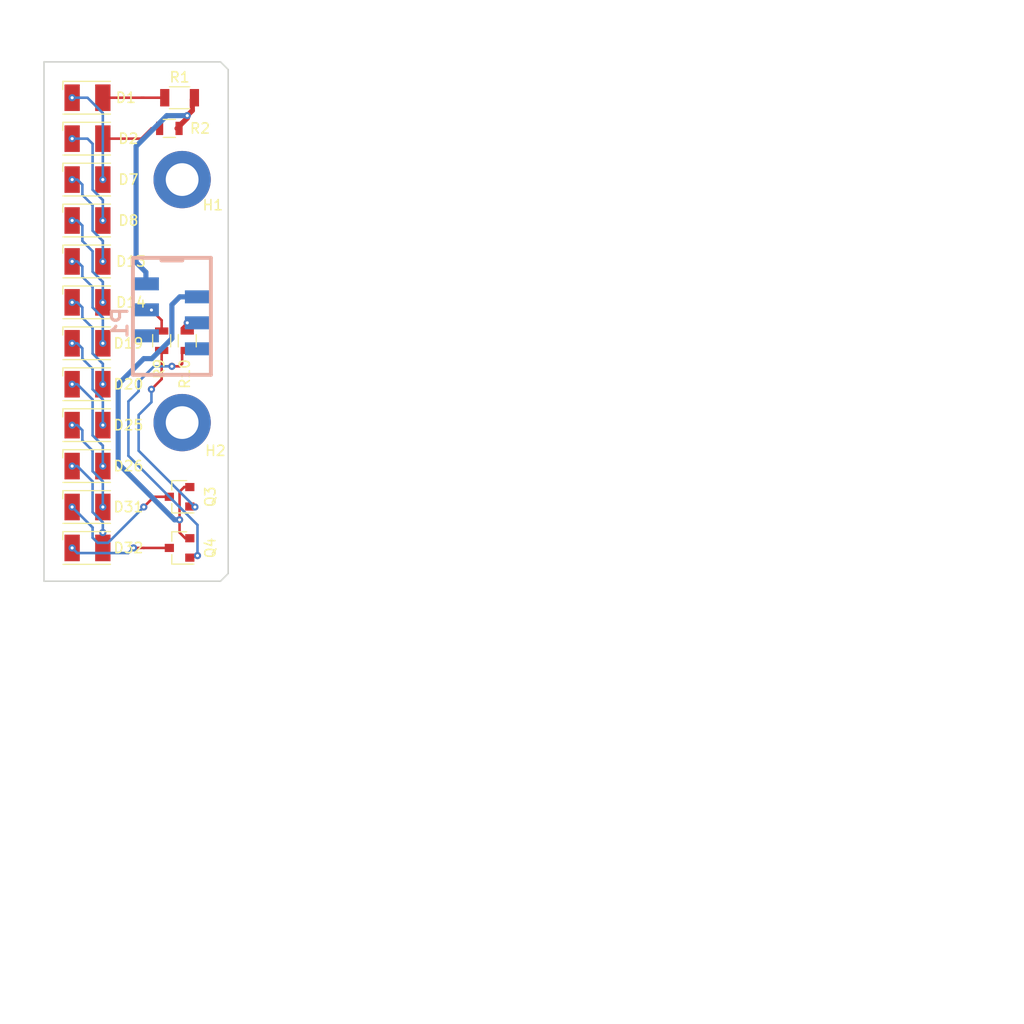
<source format=kicad_pcb>
(kicad_pcb (version 20191123) (host pcbnew "(5.99.0-588-g5c0656d97)")

  (general
    (thickness 1.6)
    (drawings 14)
    (tracks 168)
    (modules 21)
    (nets 21)
  )

  (page "A4")
  (layers
    (0 "F.Cu" signal)
    (31 "B.Cu" signal)
    (32 "B.Adhes" user)
    (33 "F.Adhes" user)
    (34 "B.Paste" user)
    (35 "F.Paste" user)
    (36 "B.SilkS" user)
    (37 "F.SilkS" user)
    (38 "B.Mask" user)
    (39 "F.Mask" user)
    (40 "Dwgs.User" user)
    (41 "Cmts.User" user)
    (42 "Eco1.User" user)
    (43 "Eco2.User" user)
    (44 "Edge.Cuts" user)
    (45 "Margin" user)
    (46 "B.CrtYd" user)
    (47 "F.CrtYd" user)
    (48 "B.Fab" user)
    (49 "F.Fab" user)
  )

  (setup
    (stackup
      (layer "F.SilkS" (type "Top Silk Screen"))
      (layer "F.Paste" (type "Top Solder Paste"))
      (layer "F.Mask" (type "Top Solder Mask") (color "Green") (thickness 0.01))
      (layer "F.Cu" (type "copper") (thickness 0.035))
      (layer "dielectric 1" (type "core") (thickness 1.51) (material "FR4") (epsilon_r 4.5) (loss_tangent 0.02))
      (layer "B.Cu" (type "copper") (thickness 0.035))
      (layer "B.Mask" (type "Bottom Solder Mask") (color "Green") (thickness 0.01))
      (layer "B.Paste" (type "Bottom Solder Paste"))
      (layer "B.SilkS" (type "Bottom Silk Screen"))
      (copper_finish "None")
      (dielectric_constraints no)
    )
    (last_trace_width 0.25)
    (user_trace_width 0.25)
    (user_trace_width 0.5)
    (trace_clearance 0.25)
    (zone_clearance 0.508)
    (zone_45_only no)
    (trace_min 0.2)
    (via_size 0.7)
    (via_drill 0.3)
    (via_min_size 0.6)
    (via_min_drill 0.3)
    (uvia_size 0.3)
    (uvia_drill 0.1)
    (uvias_allowed no)
    (uvia_min_size 0.2)
    (uvia_min_drill 0.1)
    (max_error 0.005)
    (defaults
      (edge_clearance 0.01)
      (edge_cuts_line_width 0.15)
      (courtyard_line_width 0.05)
      (copper_line_width 0.2)
      (copper_text_dims (size 1.5 1.5) (thickness 0.3))
      (silk_line_width 0.15)
      (silk_text_dims (size 1 1) (thickness 0.15))
      (other_layers_line_width 0.1)
      (other_layers_text_dims (size 1 1) (thickness 0.15))
      (dimension_units 0)
      (dimension_precision 1)
    )
    (pad_size 1.524 1.524)
    (pad_drill 0.762)
    (pad_to_mask_clearance 0.2)
    (aux_axis_origin 0 0)
    (visible_elements 7FFFFFFF)
    (pcbplotparams
      (layerselection 0x00030_80000001)
      (usegerberextensions false)
      (usegerberattributes false)
      (usegerberadvancedattributes false)
      (creategerberjobfile false)
      (excludeedgelayer true)
      (linewidth 0.100000)
      (plotframeref false)
      (viasonmask false)
      (mode 1)
      (useauxorigin false)
      (hpglpennumber 1)
      (hpglpenspeed 20)
      (hpglpendiameter 15.000000)
      (psnegative false)
      (psa4output false)
      (plotreference true)
      (plotvalue true)
      (plotinvisibletext false)
      (padsonsilk false)
      (subtractmaskfromsilk false)
      (outputformat 1)
      (mirror false)
      (drillshape 1)
      (scaleselection 1)
      (outputdirectory "")
    )
  )

  (net 0 "")
  (net 1 "/GND2")
  (net 2 "Net-(D1-Pad1)")
  (net 3 "Net-(D1-Pad2)")
  (net 4 "Net-(D2-Pad1)")
  (net 5 "Net-(D2-Pad2)")
  (net 6 "Net-(D13-Pad2)")
  (net 7 "Net-(D14-Pad2)")
  (net 8 "Net-(D13-Pad1)")
  (net 9 "Net-(D14-Pad1)")
  (net 10 "Net-(D19-Pad1)")
  (net 11 "Net-(D20-Pad1)")
  (net 12 "Net-(D25-Pad1)")
  (net 13 "Net-(D26-Pad1)")
  (net 14 "/Red_L2")
  (net 15 "/Green_L2")
  (net 16 "/VCC2")
  (net 17 "/CTRL_Red2")
  (net 18 "/CTRL_Green2")
  (net 19 "Net-(Q3-Pad1)")
  (net 20 "Net-(Q4-Pad1)")

  (net_class "Default" "Dies ist die voreingestellte Netzklasse."
    (clearance 0.25)
    (trace_width 0.25)
    (via_dia 0.7)
    (via_drill 0.3)
    (uvia_dia 0.3)
    (uvia_drill 0.1)
    (add_net "/CTRL_Green2")
    (add_net "/CTRL_Red2")
    (add_net "/GND2")
    (add_net "/Green_L2")
    (add_net "/Red_L2")
    (add_net "/VCC2")
    (add_net "Net-(D1-Pad1)")
    (add_net "Net-(D1-Pad2)")
    (add_net "Net-(D13-Pad1)")
    (add_net "Net-(D13-Pad2)")
    (add_net "Net-(D14-Pad1)")
    (add_net "Net-(D14-Pad2)")
    (add_net "Net-(D19-Pad1)")
    (add_net "Net-(D2-Pad1)")
    (add_net "Net-(D2-Pad2)")
    (add_net "Net-(D20-Pad1)")
    (add_net "Net-(D25-Pad1)")
    (add_net "Net-(D26-Pad1)")
    (add_net "Net-(Q3-Pad1)")
    (add_net "Net-(Q4-Pad1)")
  )

  (module "LEDs:LED_PLCC-2" (layer "F.Cu") (tedit 59959404) (tstamp 5DE5299F)
    (at 103.5 109.5)
    (descr "LED PLCC-2 SMD package")
    (tags "LED PLCC-2 SMD")
    (path "/5DDF7F21")
    (attr smd)
    (fp_text reference "D31" (at 4 0) (layer "F.SilkS")
      (effects (font (size 1 1) (thickness 0.15)))
    )
    (fp_text value "RED" (at 0 2.5) (layer "F.Fab")
      (effects (font (size 1 1) (thickness 0.15)))
    )
    (fp_text user "%R" (at 0 0) (layer "F.Fab")
      (effects (font (size 0.4 0.4) (thickness 0.1)))
    )
    (fp_line (start -2.4 -1.6) (end -2.4 -0.8) (layer "F.SilkS") (width 0.12))
    (fp_line (start 2.25 -1.6) (end -2.4 -1.6) (layer "F.SilkS") (width 0.12))
    (fp_line (start 2.25 1.6) (end -2.4 1.6) (layer "F.SilkS") (width 0.12))
    (fp_line (start -2.65 1.85) (end -2.65 -1.85) (layer "F.CrtYd") (width 0.05))
    (fp_line (start 2.5 1.85) (end -2.65 1.85) (layer "F.CrtYd") (width 0.05))
    (fp_line (start 2.5 -1.85) (end 2.5 1.85) (layer "F.CrtYd") (width 0.05))
    (fp_line (start -2.65 -1.85) (end 2.5 -1.85) (layer "F.CrtYd") (width 0.05))
    (fp_line (start -1.7 1.5) (end 1.7 1.5) (layer "F.Fab") (width 0.1))
    (fp_line (start -1.7 -1.5) (end -1.7 1.5) (layer "F.Fab") (width 0.1))
    (fp_line (start 1.7 -1.5) (end -1.7 -1.5) (layer "F.Fab") (width 0.1))
    (fp_line (start 1.7 1.5) (end 1.7 -1.5) (layer "F.Fab") (width 0.1))
    (fp_line (start -1.7 -0.6) (end -0.8 -1.5) (layer "F.Fab") (width 0.1))
    (fp_circle (center 0 0) (end 0 -1.25) (layer "F.Fab") (width 0.1))
    (pad "1" smd rect (at -1.5 0) (size 1.5 2.6) (layers "F.Cu" "F.Paste" "F.Mask")
      (net 14 "/Red_L2"))
    (pad "2" smd rect (at 1.5 0) (size 1.5 2.6) (layers "F.Cu" "F.Paste" "F.Mask")
      (net 12 "Net-(D25-Pad1)"))
    (model "${KIPRJMOD}/../common/3D/PLCC-2.step"
      (at (xyz 0 0 0))
      (scale (xyz 1 1 1))
      (rotate (xyz 90 0 90))
    )
  )

  (module "LEDs:LED_PLCC-2" (layer "F.Cu") (tedit 59959404) (tstamp 5DE529A5)
    (at 103.5 113.5)
    (descr "LED PLCC-2 SMD package")
    (tags "LED PLCC-2 SMD")
    (path "/5DDF8174")
    (attr smd)
    (fp_text reference "D32" (at 4 0) (layer "F.SilkS")
      (effects (font (size 1 1) (thickness 0.15)))
    )
    (fp_text value "GREEN" (at 0 2.5) (layer "F.Fab")
      (effects (font (size 1 1) (thickness 0.15)))
    )
    (fp_text user "%R" (at 0 0) (layer "F.Fab")
      (effects (font (size 0.4 0.4) (thickness 0.1)))
    )
    (fp_line (start -2.4 -1.6) (end -2.4 -0.8) (layer "F.SilkS") (width 0.12))
    (fp_line (start 2.25 -1.6) (end -2.4 -1.6) (layer "F.SilkS") (width 0.12))
    (fp_line (start 2.25 1.6) (end -2.4 1.6) (layer "F.SilkS") (width 0.12))
    (fp_line (start -2.65 1.85) (end -2.65 -1.85) (layer "F.CrtYd") (width 0.05))
    (fp_line (start 2.5 1.85) (end -2.65 1.85) (layer "F.CrtYd") (width 0.05))
    (fp_line (start 2.5 -1.85) (end 2.5 1.85) (layer "F.CrtYd") (width 0.05))
    (fp_line (start -2.65 -1.85) (end 2.5 -1.85) (layer "F.CrtYd") (width 0.05))
    (fp_line (start -1.7 1.5) (end 1.7 1.5) (layer "F.Fab") (width 0.1))
    (fp_line (start -1.7 -1.5) (end -1.7 1.5) (layer "F.Fab") (width 0.1))
    (fp_line (start 1.7 -1.5) (end -1.7 -1.5) (layer "F.Fab") (width 0.1))
    (fp_line (start 1.7 1.5) (end 1.7 -1.5) (layer "F.Fab") (width 0.1))
    (fp_line (start -1.7 -0.6) (end -0.8 -1.5) (layer "F.Fab") (width 0.1))
    (fp_circle (center 0 0) (end 0 -1.25) (layer "F.Fab") (width 0.1))
    (pad "1" smd rect (at -1.5 0) (size 1.5 2.6) (layers "F.Cu" "F.Paste" "F.Mask")
      (net 15 "/Green_L2"))
    (pad "2" smd rect (at 1.5 0) (size 1.5 2.6) (layers "F.Cu" "F.Paste" "F.Mask")
      (net 13 "Net-(D26-Pad1)"))
    (model "${KIPRJMOD}/../common/3D/PLCC-2.step"
      (at (xyz 0 0 0))
      (scale (xyz 1 1 1))
      (rotate (xyz 90 0 90))
    )
  )

  (module "LEDs:LED_PLCC-2" (layer "F.Cu") (tedit 59959404) (tstamp 5DE52915)
    (at 103.5 81.5)
    (descr "LED PLCC-2 SMD package")
    (tags "LED PLCC-2 SMD")
    (path "/5DDF806A")
    (attr smd)
    (fp_text reference "D8" (at 4 0) (layer "F.SilkS")
      (effects (font (size 1 1) (thickness 0.15)))
    )
    (fp_text value "GREEN" (at 0 2.5) (layer "F.Fab")
      (effects (font (size 1 1) (thickness 0.15)))
    )
    (fp_text user "%R" (at 0 0) (layer "F.Fab")
      (effects (font (size 0.4 0.4) (thickness 0.1)))
    )
    (fp_line (start -2.4 -1.6) (end -2.4 -0.8) (layer "F.SilkS") (width 0.12))
    (fp_line (start 2.25 -1.6) (end -2.4 -1.6) (layer "F.SilkS") (width 0.12))
    (fp_line (start 2.25 1.6) (end -2.4 1.6) (layer "F.SilkS") (width 0.12))
    (fp_line (start -2.65 1.85) (end -2.65 -1.85) (layer "F.CrtYd") (width 0.05))
    (fp_line (start 2.5 1.85) (end -2.65 1.85) (layer "F.CrtYd") (width 0.05))
    (fp_line (start 2.5 -1.85) (end 2.5 1.85) (layer "F.CrtYd") (width 0.05))
    (fp_line (start -2.65 -1.85) (end 2.5 -1.85) (layer "F.CrtYd") (width 0.05))
    (fp_line (start -1.7 1.5) (end 1.7 1.5) (layer "F.Fab") (width 0.1))
    (fp_line (start -1.7 -1.5) (end -1.7 1.5) (layer "F.Fab") (width 0.1))
    (fp_line (start 1.7 -1.5) (end -1.7 -1.5) (layer "F.Fab") (width 0.1))
    (fp_line (start 1.7 1.5) (end 1.7 -1.5) (layer "F.Fab") (width 0.1))
    (fp_line (start -1.7 -0.6) (end -0.8 -1.5) (layer "F.Fab") (width 0.1))
    (fp_circle (center 0 0) (end 0 -1.25) (layer "F.Fab") (width 0.1))
    (pad "1" smd rect (at -1.5 0) (size 1.5 2.6) (layers "F.Cu" "F.Paste" "F.Mask")
      (net 7 "Net-(D14-Pad2)"))
    (pad "2" smd rect (at 1.5 0) (size 1.5 2.6) (layers "F.Cu" "F.Paste" "F.Mask")
      (net 4 "Net-(D2-Pad1)"))
    (model "${KIPRJMOD}/../common/3D/PLCC-2.step"
      (at (xyz 0 0 0))
      (scale (xyz 1 1 1))
      (rotate (xyz 90 0 90))
    )
  )

  (module "Mounting_Holes:MountingHole_3.2mm_M3_DIN965_Pad" (layer "F.Cu") (tedit 56D1B4CB) (tstamp 5DE56D28)
    (at 112.75 101.25)
    (descr "Mounting Hole 3.2mm, M3, DIN965")
    (tags "mounting hole 3.2mm m3 din965")
    (path "/5DE61D9D")
    (attr virtual)
    (fp_text reference "H2" (at 3.25 2.75) (layer "F.SilkS")
      (effects (font (size 1 1) (thickness 0.15)))
    )
    (fp_text value "MountingHole" (at 0 3.8) (layer "F.Fab")
      (effects (font (size 1 1) (thickness 0.15)))
    )
    (fp_circle (center 0 0) (end 3.05 0) (layer "F.CrtYd") (width 0.05))
    (fp_circle (center 0 0) (end 2.8 0) (layer "Cmts.User") (width 0.15))
    (fp_text user "%R" (at 0.3 0) (layer "F.Fab")
      (effects (font (size 1 1) (thickness 0.15)))
    )
    (pad "1" thru_hole circle (at 0 0) (size 5.6 5.6) (drill 3.2) (layers *.Cu *.Mask))
  )

  (module "TO_SOT_Packages_SMD:SOT-23" (layer "F.Cu") (tedit 58CE4E7E) (tstamp 5DE529E9)
    (at 112.5 113.5 180)
    (descr "SOT-23, Standard")
    (tags "SOT-23")
    (path "/5DE523CE")
    (attr smd)
    (fp_text reference "Q4" (at -3 0 270) (layer "F.SilkS")
      (effects (font (size 1 1) (thickness 0.15)))
    )
    (fp_text value "Q_NPN_BEC" (at 0 2.5 180) (layer "F.Fab")
      (effects (font (size 1 1) (thickness 0.15)))
    )
    (fp_line (start 0.76 1.58) (end -0.7 1.58) (layer "F.SilkS") (width 0.12))
    (fp_line (start 0.76 -1.58) (end -1.4 -1.58) (layer "F.SilkS") (width 0.12))
    (fp_line (start -1.7 1.75) (end -1.7 -1.75) (layer "F.CrtYd") (width 0.05))
    (fp_line (start 1.7 1.75) (end -1.7 1.75) (layer "F.CrtYd") (width 0.05))
    (fp_line (start 1.7 -1.75) (end 1.7 1.75) (layer "F.CrtYd") (width 0.05))
    (fp_line (start -1.7 -1.75) (end 1.7 -1.75) (layer "F.CrtYd") (width 0.05))
    (fp_line (start 0.76 -1.58) (end 0.76 -0.65) (layer "F.SilkS") (width 0.12))
    (fp_line (start 0.76 1.58) (end 0.76 0.65) (layer "F.SilkS") (width 0.12))
    (fp_line (start -0.7 1.52) (end 0.7 1.52) (layer "F.Fab") (width 0.1))
    (fp_line (start 0.7 -1.52) (end 0.7 1.52) (layer "F.Fab") (width 0.1))
    (fp_line (start -0.7 -0.95) (end -0.15 -1.52) (layer "F.Fab") (width 0.1))
    (fp_line (start -0.15 -1.52) (end 0.7 -1.52) (layer "F.Fab") (width 0.1))
    (fp_line (start -0.7 -0.95) (end -0.7 1.5) (layer "F.Fab") (width 0.1))
    (fp_text user "%R" (at 0 0 270) (layer "F.Fab")
      (effects (font (size 0.5 0.5) (thickness 0.075)))
    )
    (pad "1" smd rect (at -1 -0.95 180) (size 0.9 0.8) (layers "F.Cu" "F.Paste" "F.Mask")
      (net 20 "Net-(Q4-Pad1)"))
    (pad "2" smd rect (at -1 0.95 180) (size 0.9 0.8) (layers "F.Cu" "F.Paste" "F.Mask")
      (net 1 "/GND2"))
    (pad "3" smd rect (at 1 0 180) (size 0.9 0.8) (layers "F.Cu" "F.Paste" "F.Mask")
      (net 15 "/Green_L2"))
    (model "${KISYS3DMOD}/Package_TO_SOT_SMD.3dshapes/SOT-23.step"
      (at (xyz 0 0 0))
      (scale (xyz 1 1 1))
      (rotate (xyz 0 0 0))
    )
  )

  (module "Resistors_SMD:R_1206" (layer "F.Cu") (tedit 58E0A804) (tstamp 5DE529EF)
    (at 112.5 69.5 180)
    (descr "Resistor SMD 1206, reflow soldering, Vishay (see dcrcw.pdf)")
    (tags "resistor 1206")
    (path "/5DE4D584")
    (attr smd)
    (fp_text reference "R1" (at 0 2 180) (layer "F.SilkS")
      (effects (font (size 1 1) (thickness 0.15)))
    )
    (fp_text value "570" (at 0 1.95 180) (layer "F.Fab")
      (effects (font (size 1 1) (thickness 0.15)))
    )
    (fp_line (start 2.15 1.1) (end -2.15 1.1) (layer "F.CrtYd") (width 0.05))
    (fp_line (start 2.15 1.1) (end 2.15 -1.11) (layer "F.CrtYd") (width 0.05))
    (fp_line (start -2.15 -1.11) (end -2.15 1.1) (layer "F.CrtYd") (width 0.05))
    (fp_line (start -2.15 -1.11) (end 2.15 -1.11) (layer "F.CrtYd") (width 0.05))
    (fp_line (start -1 -1.07) (end 1 -1.07) (layer "F.SilkS") (width 0.12))
    (fp_line (start 1 1.07) (end -1 1.07) (layer "F.SilkS") (width 0.12))
    (fp_line (start -1.6 -0.8) (end 1.6 -0.8) (layer "F.Fab") (width 0.1))
    (fp_line (start 1.6 -0.8) (end 1.6 0.8) (layer "F.Fab") (width 0.1))
    (fp_line (start 1.6 0.8) (end -1.6 0.8) (layer "F.Fab") (width 0.1))
    (fp_line (start -1.6 0.8) (end -1.6 -0.8) (layer "F.Fab") (width 0.1))
    (fp_text user "%R" (at 0 0 180) (layer "F.Fab")
      (effects (font (size 0.7 0.7) (thickness 0.105)))
    )
    (pad "1" smd rect (at -1.45 0 180) (size 0.9 1.7) (layers "F.Cu" "F.Paste" "F.Mask")
      (net 16 "/VCC2"))
    (pad "2" smd rect (at 1.45 0 180) (size 0.9 1.7) (layers "F.Cu" "F.Paste" "F.Mask")
      (net 3 "Net-(D1-Pad2)"))
    (model "${KISYS3DMOD}/Resistor_SMD.3dshapes/R_1206_3216Metric.wrl"
      (at (xyz 0 0 0))
      (scale (xyz 1 1 1))
      (rotate (xyz 0 0 0))
    )
  )

  (module "Mounting_Holes:MountingHole_3.2mm_M3_DIN965_Pad" (layer "F.Cu") (tedit 56D1B4CB) (tstamp 5DE56D25)
    (at 112.75 77.5)
    (descr "Mounting Hole 3.2mm, M3, DIN965")
    (tags "mounting hole 3.2mm m3 din965")
    (path "/5DE61D4E")
    (attr virtual)
    (fp_text reference "H1" (at 3 2.5) (layer "F.SilkS")
      (effects (font (size 1 1) (thickness 0.15)))
    )
    (fp_text value "MountingHole" (at 0 3.8) (layer "F.Fab")
      (effects (font (size 1 1) (thickness 0.15)))
    )
    (fp_circle (center 0 0) (end 3.05 0) (layer "F.CrtYd") (width 0.05))
    (fp_circle (center 0 0) (end 2.8 0) (layer "Cmts.User") (width 0.15))
    (fp_text user "%R" (at 0.3 0) (layer "F.Fab")
      (effects (font (size 1 1) (thickness 0.15)))
    )
    (pad "1" thru_hole circle (at 0 0) (size 5.6 5.6) (drill 3.2) (layers *.Cu *.Mask))
  )

  (module "LEDs:LED_PLCC-2" (layer "F.Cu") (tedit 59959404) (tstamp 5DE528EB)
    (at 103.5 69.5)
    (descr "LED PLCC-2 SMD package")
    (tags "LED PLCC-2 SMD")
    (path "/5DDF7DBD")
    (attr smd)
    (fp_text reference "D1" (at 3.75 0) (layer "F.SilkS")
      (effects (font (size 1 1) (thickness 0.15)))
    )
    (fp_text value "RED" (at 0 2.5) (layer "F.Fab")
      (effects (font (size 1 1) (thickness 0.15)))
    )
    (fp_text user "%R" (at 0 0) (layer "F.Fab")
      (effects (font (size 0.4 0.4) (thickness 0.1)))
    )
    (fp_line (start -2.4 -1.6) (end -2.4 -0.8) (layer "F.SilkS") (width 0.12))
    (fp_line (start 2.25 -1.6) (end -2.4 -1.6) (layer "F.SilkS") (width 0.12))
    (fp_line (start 2.25 1.6) (end -2.4 1.6) (layer "F.SilkS") (width 0.12))
    (fp_line (start -2.65 1.85) (end -2.65 -1.85) (layer "F.CrtYd") (width 0.05))
    (fp_line (start 2.5 1.85) (end -2.65 1.85) (layer "F.CrtYd") (width 0.05))
    (fp_line (start 2.5 -1.85) (end 2.5 1.85) (layer "F.CrtYd") (width 0.05))
    (fp_line (start -2.65 -1.85) (end 2.5 -1.85) (layer "F.CrtYd") (width 0.05))
    (fp_line (start -1.7 1.5) (end 1.7 1.5) (layer "F.Fab") (width 0.1))
    (fp_line (start -1.7 -1.5) (end -1.7 1.5) (layer "F.Fab") (width 0.1))
    (fp_line (start 1.7 -1.5) (end -1.7 -1.5) (layer "F.Fab") (width 0.1))
    (fp_line (start 1.7 1.5) (end 1.7 -1.5) (layer "F.Fab") (width 0.1))
    (fp_line (start -1.7 -0.6) (end -0.8 -1.5) (layer "F.Fab") (width 0.1))
    (fp_circle (center 0 0) (end 0 -1.25) (layer "F.Fab") (width 0.1))
    (pad "1" smd rect (at -1.5 0) (size 1.5 2.6) (layers "F.Cu" "F.Paste" "F.Mask")
      (net 2 "Net-(D1-Pad1)"))
    (pad "2" smd rect (at 1.5 0) (size 1.5 2.6) (layers "F.Cu" "F.Paste" "F.Mask")
      (net 3 "Net-(D1-Pad2)"))
    (model "${KIPRJMOD}/../common/3D/PLCC-2.step"
      (at (xyz 0 0 0))
      (scale (xyz 1 1 1))
      (rotate (xyz 90 0 90))
    )
  )

  (module "Resistors_SMD:R_0805" (layer "F.Cu") (tedit 58E0A804) (tstamp 5DE52A25)
    (at 113.25 93.25 90)
    (descr "Resistor SMD 0805, reflow soldering, Vishay (see dcrcw.pdf)")
    (tags "resistor 0805")
    (path "/5DE523D4")
    (attr smd)
    (fp_text reference "R10" (at -3.25 -0.25 90) (layer "F.SilkS")
      (effects (font (size 1 1) (thickness 0.15)))
    )
    (fp_text value "R" (at 0 1.75 90) (layer "F.Fab")
      (effects (font (size 1 1) (thickness 0.15)))
    )
    (fp_text user "%R" (at 0 0 90) (layer "F.Fab")
      (effects (font (size 0.5 0.5) (thickness 0.075)))
    )
    (fp_line (start -1 0.62) (end -1 -0.62) (layer "F.Fab") (width 0.1))
    (fp_line (start 1 0.62) (end -1 0.62) (layer "F.Fab") (width 0.1))
    (fp_line (start 1 -0.62) (end 1 0.62) (layer "F.Fab") (width 0.1))
    (fp_line (start -1 -0.62) (end 1 -0.62) (layer "F.Fab") (width 0.1))
    (fp_line (start 0.6 0.88) (end -0.6 0.88) (layer "F.SilkS") (width 0.12))
    (fp_line (start -0.6 -0.88) (end 0.6 -0.88) (layer "F.SilkS") (width 0.12))
    (fp_line (start -1.55 -0.9) (end 1.55 -0.9) (layer "F.CrtYd") (width 0.05))
    (fp_line (start -1.55 -0.9) (end -1.55 0.9) (layer "F.CrtYd") (width 0.05))
    (fp_line (start 1.55 0.9) (end 1.55 -0.9) (layer "F.CrtYd") (width 0.05))
    (fp_line (start 1.55 0.9) (end -1.55 0.9) (layer "F.CrtYd") (width 0.05))
    (pad "1" smd rect (at -0.95 0 90) (size 0.7 1.3) (layers "F.Cu" "F.Paste" "F.Mask")
      (net 20 "Net-(Q4-Pad1)"))
    (pad "2" smd rect (at 0.95 0 90) (size 0.7 1.3) (layers "F.Cu" "F.Paste" "F.Mask")
      (net 18 "/CTRL_Green2"))
    (model "${KISYS3DMOD}/Resistor_SMD.3dshapes/R_0805_2012Metric.wrl"
      (at (xyz 0 0 0))
      (scale (xyz 1 1 1))
      (rotate (xyz 0 0 0))
    )
  )

  (module "LEDs:LED_PLCC-2" (layer "F.Cu") (tedit 59959404) (tstamp 5DE52933)
    (at 103.5 85.5)
    (descr "LED PLCC-2 SMD package")
    (tags "LED PLCC-2 SMD")
    (path "/5DDF7E77")
    (attr smd)
    (fp_text reference "D13" (at 4.25 0) (layer "F.SilkS")
      (effects (font (size 1 1) (thickness 0.15)))
    )
    (fp_text value "RED" (at 0 2.5) (layer "F.Fab")
      (effects (font (size 1 1) (thickness 0.15)))
    )
    (fp_text user "%R" (at 0 0) (layer "F.Fab")
      (effects (font (size 0.4 0.4) (thickness 0.1)))
    )
    (fp_line (start -2.4 -1.6) (end -2.4 -0.8) (layer "F.SilkS") (width 0.12))
    (fp_line (start 2.25 -1.6) (end -2.4 -1.6) (layer "F.SilkS") (width 0.12))
    (fp_line (start 2.25 1.6) (end -2.4 1.6) (layer "F.SilkS") (width 0.12))
    (fp_line (start -2.65 1.85) (end -2.65 -1.85) (layer "F.CrtYd") (width 0.05))
    (fp_line (start 2.5 1.85) (end -2.65 1.85) (layer "F.CrtYd") (width 0.05))
    (fp_line (start 2.5 -1.85) (end 2.5 1.85) (layer "F.CrtYd") (width 0.05))
    (fp_line (start -2.65 -1.85) (end 2.5 -1.85) (layer "F.CrtYd") (width 0.05))
    (fp_line (start -1.7 1.5) (end 1.7 1.5) (layer "F.Fab") (width 0.1))
    (fp_line (start -1.7 -1.5) (end -1.7 1.5) (layer "F.Fab") (width 0.1))
    (fp_line (start 1.7 -1.5) (end -1.7 -1.5) (layer "F.Fab") (width 0.1))
    (fp_line (start 1.7 1.5) (end 1.7 -1.5) (layer "F.Fab") (width 0.1))
    (fp_line (start -1.7 -0.6) (end -0.8 -1.5) (layer "F.Fab") (width 0.1))
    (fp_circle (center 0 0) (end 0 -1.25) (layer "F.Fab") (width 0.1))
    (pad "1" smd rect (at -1.5 0) (size 1.5 2.6) (layers "F.Cu" "F.Paste" "F.Mask")
      (net 8 "Net-(D13-Pad1)"))
    (pad "2" smd rect (at 1.5 0) (size 1.5 2.6) (layers "F.Cu" "F.Paste" "F.Mask")
      (net 6 "Net-(D13-Pad2)"))
    (model "${KIPRJMOD}/../common/3D/PLCC-2.step"
      (at (xyz 0 0 0))
      (scale (xyz 1 1 1))
      (rotate (xyz 90 0 90))
    )
  )

  (module "LEDs:LED_PLCC-2" (layer "F.Cu") (tedit 59959404) (tstamp 5DE5290F)
    (at 103.5 77.5)
    (descr "LED PLCC-2 SMD package")
    (tags "LED PLCC-2 SMD")
    (path "/5DDF7E57")
    (attr smd)
    (fp_text reference "D7" (at 4 0) (layer "F.SilkS")
      (effects (font (size 1 1) (thickness 0.15)))
    )
    (fp_text value "RED" (at 0 2.5) (layer "F.Fab")
      (effects (font (size 1 1) (thickness 0.15)))
    )
    (fp_text user "%R" (at 0 0) (layer "F.Fab")
      (effects (font (size 0.4 0.4) (thickness 0.1)))
    )
    (fp_line (start -2.4 -1.6) (end -2.4 -0.8) (layer "F.SilkS") (width 0.12))
    (fp_line (start 2.25 -1.6) (end -2.4 -1.6) (layer "F.SilkS") (width 0.12))
    (fp_line (start 2.25 1.6) (end -2.4 1.6) (layer "F.SilkS") (width 0.12))
    (fp_line (start -2.65 1.85) (end -2.65 -1.85) (layer "F.CrtYd") (width 0.05))
    (fp_line (start 2.5 1.85) (end -2.65 1.85) (layer "F.CrtYd") (width 0.05))
    (fp_line (start 2.5 -1.85) (end 2.5 1.85) (layer "F.CrtYd") (width 0.05))
    (fp_line (start -2.65 -1.85) (end 2.5 -1.85) (layer "F.CrtYd") (width 0.05))
    (fp_line (start -1.7 1.5) (end 1.7 1.5) (layer "F.Fab") (width 0.1))
    (fp_line (start -1.7 -1.5) (end -1.7 1.5) (layer "F.Fab") (width 0.1))
    (fp_line (start 1.7 -1.5) (end -1.7 -1.5) (layer "F.Fab") (width 0.1))
    (fp_line (start 1.7 1.5) (end 1.7 -1.5) (layer "F.Fab") (width 0.1))
    (fp_line (start -1.7 -0.6) (end -0.8 -1.5) (layer "F.Fab") (width 0.1))
    (fp_circle (center 0 0) (end 0 -1.25) (layer "F.Fab") (width 0.1))
    (pad "1" smd rect (at -1.5 0) (size 1.5 2.6) (layers "F.Cu" "F.Paste" "F.Mask")
      (net 6 "Net-(D13-Pad2)"))
    (pad "2" smd rect (at 1.5 0) (size 1.5 2.6) (layers "F.Cu" "F.Paste" "F.Mask")
      (net 2 "Net-(D1-Pad1)"))
    (model "${KIPRJMOD}/../common/3D/PLCC-2.step"
      (at (xyz 0 0 0))
      (scale (xyz 1 1 1))
      (rotate (xyz 90 0 90))
    )
  )

  (module "Toni:micro_match3x2" (layer "B.Cu") (tedit 5265A2FB) (tstamp 5DE57DD6)
    (at 111.75 91.5 -90)
    (descr "micro_match_3x2")
    (tags "micro match 3x2")
    (path "/5DE4CF3A")
    (fp_text reference "P1" (at 0 5.08 -90) (layer "B.SilkS")
      (effects (font (size 1.524 1.524) (thickness 0.3048)) (justify mirror))
    )
    (fp_text value "CONN_02X02" (at 0 -5.25 -90) (layer "B.Fab")
      (effects (font (size 1.524 1.524) (thickness 0.3048)) (justify mirror))
    )
    (fp_line (start 5.08 3.81) (end 5.08 -3.81) (layer "B.SilkS") (width 0.381))
    (fp_line (start -6.35 3.81) (end 5.08 3.81) (layer "B.SilkS") (width 0.381))
    (fp_line (start -6.35 -3.81) (end -6.35 3.81) (layer "B.SilkS") (width 0.381))
    (fp_line (start 5.08 -3.81) (end -6.35 -3.81) (layer "B.SilkS") (width 0.381))
    (fp_line (start -6.096 1.016) (end -6.096 -1.016) (layer "B.SilkS") (width 0.381))
    (pad "1" smd rect (at -3.81 2.54 270) (size 1.27 2.54) (layers "B.Cu" "B.Paste" "B.Mask")
      (net 16 "/VCC2"))
    (pad "2" smd rect (at -2.54 -2.54 270) (size 1.27 2.54) (layers "B.Cu" "B.Paste" "B.Mask")
      (net 1 "/GND2"))
    (pad "3" smd rect (at -1.27 2.54 270) (size 1.27 2.54) (layers "B.Cu" "B.Paste" "B.Mask")
      (net 17 "/CTRL_Red2"))
    (pad "4" smd rect (at 0 -2.54 270) (size 1.27 2.54) (layers "B.Cu" "B.Paste" "B.Mask")
      (net 18 "/CTRL_Green2"))
    (pad "5" smd rect (at 1.27 2.54 270) (size 1.27 2.54) (layers "B.Cu" "B.Paste" "B.Mask"))
    (pad "6" smd rect (at 2.54 -2.54 270) (size 1.27 2.54) (layers "B.Cu" "B.Paste" "B.Mask"))
    (model "/home/philipp/Dokumente/dev/PickAndPlace_Electronic/common/3D/micromatch_smd_6pin.step"
      (offset (xyz -0.5 0 5.5))
      (scale (xyz 1 1 1))
      (rotate (xyz 0 0 0))
    )
  )

  (module "LEDs:LED_PLCC-2" (layer "F.Cu") (tedit 59959404) (tstamp 5DE52939)
    (at 103.5 89.5)
    (descr "LED PLCC-2 SMD package")
    (tags "LED PLCC-2 SMD")
    (path "/5DDF80CA")
    (attr smd)
    (fp_text reference "D14" (at 4.25 0) (layer "F.SilkS")
      (effects (font (size 1 1) (thickness 0.15)))
    )
    (fp_text value "GREEN" (at 0 2.5) (layer "F.Fab")
      (effects (font (size 1 1) (thickness 0.15)))
    )
    (fp_text user "%R" (at 0 0) (layer "F.Fab")
      (effects (font (size 0.4 0.4) (thickness 0.1)))
    )
    (fp_line (start -2.4 -1.6) (end -2.4 -0.8) (layer "F.SilkS") (width 0.12))
    (fp_line (start 2.25 -1.6) (end -2.4 -1.6) (layer "F.SilkS") (width 0.12))
    (fp_line (start 2.25 1.6) (end -2.4 1.6) (layer "F.SilkS") (width 0.12))
    (fp_line (start -2.65 1.85) (end -2.65 -1.85) (layer "F.CrtYd") (width 0.05))
    (fp_line (start 2.5 1.85) (end -2.65 1.85) (layer "F.CrtYd") (width 0.05))
    (fp_line (start 2.5 -1.85) (end 2.5 1.85) (layer "F.CrtYd") (width 0.05))
    (fp_line (start -2.65 -1.85) (end 2.5 -1.85) (layer "F.CrtYd") (width 0.05))
    (fp_line (start -1.7 1.5) (end 1.7 1.5) (layer "F.Fab") (width 0.1))
    (fp_line (start -1.7 -1.5) (end -1.7 1.5) (layer "F.Fab") (width 0.1))
    (fp_line (start 1.7 -1.5) (end -1.7 -1.5) (layer "F.Fab") (width 0.1))
    (fp_line (start 1.7 1.5) (end 1.7 -1.5) (layer "F.Fab") (width 0.1))
    (fp_line (start -1.7 -0.6) (end -0.8 -1.5) (layer "F.Fab") (width 0.1))
    (fp_circle (center 0 0) (end 0 -1.25) (layer "F.Fab") (width 0.1))
    (pad "1" smd rect (at -1.5 0) (size 1.5 2.6) (layers "F.Cu" "F.Paste" "F.Mask")
      (net 9 "Net-(D14-Pad1)"))
    (pad "2" smd rect (at 1.5 0) (size 1.5 2.6) (layers "F.Cu" "F.Paste" "F.Mask")
      (net 7 "Net-(D14-Pad2)"))
    (model "${KIPRJMOD}/../common/3D/PLCC-2.step"
      (at (xyz 0 0 0))
      (scale (xyz 1 1 1))
      (rotate (xyz 90 0 90))
    )
  )

  (module "LEDs:LED_PLCC-2" (layer "F.Cu") (tedit 59959404) (tstamp 5DE5297B)
    (at 103.5 101.5)
    (descr "LED PLCC-2 SMD package")
    (tags "LED PLCC-2 SMD")
    (path "/5DDF7ED9")
    (attr smd)
    (fp_text reference "D25" (at 4 0) (layer "F.SilkS")
      (effects (font (size 1 1) (thickness 0.15)))
    )
    (fp_text value "RED" (at 0 2.5) (layer "F.Fab")
      (effects (font (size 1 1) (thickness 0.15)))
    )
    (fp_text user "%R" (at 0 0) (layer "F.Fab")
      (effects (font (size 0.4 0.4) (thickness 0.1)))
    )
    (fp_line (start -2.4 -1.6) (end -2.4 -0.8) (layer "F.SilkS") (width 0.12))
    (fp_line (start 2.25 -1.6) (end -2.4 -1.6) (layer "F.SilkS") (width 0.12))
    (fp_line (start 2.25 1.6) (end -2.4 1.6) (layer "F.SilkS") (width 0.12))
    (fp_line (start -2.65 1.85) (end -2.65 -1.85) (layer "F.CrtYd") (width 0.05))
    (fp_line (start 2.5 1.85) (end -2.65 1.85) (layer "F.CrtYd") (width 0.05))
    (fp_line (start 2.5 -1.85) (end 2.5 1.85) (layer "F.CrtYd") (width 0.05))
    (fp_line (start -2.65 -1.85) (end 2.5 -1.85) (layer "F.CrtYd") (width 0.05))
    (fp_line (start -1.7 1.5) (end 1.7 1.5) (layer "F.Fab") (width 0.1))
    (fp_line (start -1.7 -1.5) (end -1.7 1.5) (layer "F.Fab") (width 0.1))
    (fp_line (start 1.7 -1.5) (end -1.7 -1.5) (layer "F.Fab") (width 0.1))
    (fp_line (start 1.7 1.5) (end 1.7 -1.5) (layer "F.Fab") (width 0.1))
    (fp_line (start -1.7 -0.6) (end -0.8 -1.5) (layer "F.Fab") (width 0.1))
    (fp_circle (center 0 0) (end 0 -1.25) (layer "F.Fab") (width 0.1))
    (pad "1" smd rect (at -1.5 0) (size 1.5 2.6) (layers "F.Cu" "F.Paste" "F.Mask")
      (net 12 "Net-(D25-Pad1)"))
    (pad "2" smd rect (at 1.5 0) (size 1.5 2.6) (layers "F.Cu" "F.Paste" "F.Mask")
      (net 10 "Net-(D19-Pad1)"))
    (model "${KIPRJMOD}/../common/3D/PLCC-2.step"
      (at (xyz 0 0 0))
      (scale (xyz 1 1 1))
      (rotate (xyz 90 0 90))
    )
  )

  (module "LEDs:LED_PLCC-2" (layer "F.Cu") (tedit 59959404) (tstamp 5DE52981)
    (at 103.5 105.5)
    (descr "LED PLCC-2 SMD package")
    (tags "LED PLCC-2 SMD")
    (path "/5DDF813B")
    (attr smd)
    (fp_text reference "D26" (at 4 0) (layer "F.SilkS")
      (effects (font (size 1 1) (thickness 0.15)))
    )
    (fp_text value "GREEN" (at 0 2.5) (layer "F.Fab")
      (effects (font (size 1 1) (thickness 0.15)))
    )
    (fp_text user "%R" (at 0 0) (layer "F.Fab")
      (effects (font (size 0.4 0.4) (thickness 0.1)))
    )
    (fp_line (start -2.4 -1.6) (end -2.4 -0.8) (layer "F.SilkS") (width 0.12))
    (fp_line (start 2.25 -1.6) (end -2.4 -1.6) (layer "F.SilkS") (width 0.12))
    (fp_line (start 2.25 1.6) (end -2.4 1.6) (layer "F.SilkS") (width 0.12))
    (fp_line (start -2.65 1.85) (end -2.65 -1.85) (layer "F.CrtYd") (width 0.05))
    (fp_line (start 2.5 1.85) (end -2.65 1.85) (layer "F.CrtYd") (width 0.05))
    (fp_line (start 2.5 -1.85) (end 2.5 1.85) (layer "F.CrtYd") (width 0.05))
    (fp_line (start -2.65 -1.85) (end 2.5 -1.85) (layer "F.CrtYd") (width 0.05))
    (fp_line (start -1.7 1.5) (end 1.7 1.5) (layer "F.Fab") (width 0.1))
    (fp_line (start -1.7 -1.5) (end -1.7 1.5) (layer "F.Fab") (width 0.1))
    (fp_line (start 1.7 -1.5) (end -1.7 -1.5) (layer "F.Fab") (width 0.1))
    (fp_line (start 1.7 1.5) (end 1.7 -1.5) (layer "F.Fab") (width 0.1))
    (fp_line (start -1.7 -0.6) (end -0.8 -1.5) (layer "F.Fab") (width 0.1))
    (fp_circle (center 0 0) (end 0 -1.25) (layer "F.Fab") (width 0.1))
    (pad "1" smd rect (at -1.5 0) (size 1.5 2.6) (layers "F.Cu" "F.Paste" "F.Mask")
      (net 13 "Net-(D26-Pad1)"))
    (pad "2" smd rect (at 1.5 0) (size 1.5 2.6) (layers "F.Cu" "F.Paste" "F.Mask")
      (net 11 "Net-(D20-Pad1)"))
    (model "${KIPRJMOD}/../common/3D/PLCC-2.step"
      (at (xyz 0 0 0))
      (scale (xyz 1 1 1))
      (rotate (xyz 90 0 90))
    )
  )

  (module "Resistors_SMD:R_0805" (layer "F.Cu") (tedit 58E0A804) (tstamp 5DE52A1F)
    (at 110.75 93.25 90)
    (descr "Resistor SMD 0805, reflow soldering, Vishay (see dcrcw.pdf)")
    (tags "resistor 0805")
    (path "/5DE523BB")
    (attr smd)
    (fp_text reference "R9" (at -2.75 -0.25 90) (layer "F.SilkS")
      (effects (font (size 1 1) (thickness 0.15)))
    )
    (fp_text value "R" (at 0 1.75 90) (layer "F.Fab")
      (effects (font (size 1 1) (thickness 0.15)))
    )
    (fp_text user "%R" (at 0 0 90) (layer "F.Fab")
      (effects (font (size 0.5 0.5) (thickness 0.075)))
    )
    (fp_line (start -1 0.62) (end -1 -0.62) (layer "F.Fab") (width 0.1))
    (fp_line (start 1 0.62) (end -1 0.62) (layer "F.Fab") (width 0.1))
    (fp_line (start 1 -0.62) (end 1 0.62) (layer "F.Fab") (width 0.1))
    (fp_line (start -1 -0.62) (end 1 -0.62) (layer "F.Fab") (width 0.1))
    (fp_line (start 0.6 0.88) (end -0.6 0.88) (layer "F.SilkS") (width 0.12))
    (fp_line (start -0.6 -0.88) (end 0.6 -0.88) (layer "F.SilkS") (width 0.12))
    (fp_line (start -1.55 -0.9) (end 1.55 -0.9) (layer "F.CrtYd") (width 0.05))
    (fp_line (start -1.55 -0.9) (end -1.55 0.9) (layer "F.CrtYd") (width 0.05))
    (fp_line (start 1.55 0.9) (end 1.55 -0.9) (layer "F.CrtYd") (width 0.05))
    (fp_line (start 1.55 0.9) (end -1.55 0.9) (layer "F.CrtYd") (width 0.05))
    (pad "1" smd rect (at -0.95 0 90) (size 0.7 1.3) (layers "F.Cu" "F.Paste" "F.Mask")
      (net 19 "Net-(Q3-Pad1)"))
    (pad "2" smd rect (at 0.95 0 90) (size 0.7 1.3) (layers "F.Cu" "F.Paste" "F.Mask")
      (net 17 "/CTRL_Red2"))
    (model "${KISYS3DMOD}/Resistor_SMD.3dshapes/R_0805_2012Metric.wrl"
      (at (xyz 0 0 0))
      (scale (xyz 1 1 1))
      (rotate (xyz 0 0 0))
    )
  )

  (module "LEDs:LED_PLCC-2" (layer "F.Cu") (tedit 59959404) (tstamp 5DE528F1)
    (at 103.5 73.5)
    (descr "LED PLCC-2 SMD package")
    (tags "LED PLCC-2 SMD")
    (path "/5DDF7F77")
    (attr smd)
    (fp_text reference "D2" (at 4 0) (layer "F.SilkS")
      (effects (font (size 1 1) (thickness 0.15)))
    )
    (fp_text value "GREEN" (at 0 2.5) (layer "F.Fab")
      (effects (font (size 1 1) (thickness 0.15)))
    )
    (fp_text user "%R" (at 0 0) (layer "F.Fab")
      (effects (font (size 0.4 0.4) (thickness 0.1)))
    )
    (fp_line (start -2.4 -1.6) (end -2.4 -0.8) (layer "F.SilkS") (width 0.12))
    (fp_line (start 2.25 -1.6) (end -2.4 -1.6) (layer "F.SilkS") (width 0.12))
    (fp_line (start 2.25 1.6) (end -2.4 1.6) (layer "F.SilkS") (width 0.12))
    (fp_line (start -2.65 1.85) (end -2.65 -1.85) (layer "F.CrtYd") (width 0.05))
    (fp_line (start 2.5 1.85) (end -2.65 1.85) (layer "F.CrtYd") (width 0.05))
    (fp_line (start 2.5 -1.85) (end 2.5 1.85) (layer "F.CrtYd") (width 0.05))
    (fp_line (start -2.65 -1.85) (end 2.5 -1.85) (layer "F.CrtYd") (width 0.05))
    (fp_line (start -1.7 1.5) (end 1.7 1.5) (layer "F.Fab") (width 0.1))
    (fp_line (start -1.7 -1.5) (end -1.7 1.5) (layer "F.Fab") (width 0.1))
    (fp_line (start 1.7 -1.5) (end -1.7 -1.5) (layer "F.Fab") (width 0.1))
    (fp_line (start 1.7 1.5) (end 1.7 -1.5) (layer "F.Fab") (width 0.1))
    (fp_line (start -1.7 -0.6) (end -0.8 -1.5) (layer "F.Fab") (width 0.1))
    (fp_circle (center 0 0) (end 0 -1.25) (layer "F.Fab") (width 0.1))
    (pad "1" smd rect (at -1.5 0) (size 1.5 2.6) (layers "F.Cu" "F.Paste" "F.Mask")
      (net 4 "Net-(D2-Pad1)"))
    (pad "2" smd rect (at 1.5 0) (size 1.5 2.6) (layers "F.Cu" "F.Paste" "F.Mask")
      (net 5 "Net-(D2-Pad2)"))
    (model "${KIPRJMOD}/../common/3D/PLCC-2.step"
      (at (xyz 0 0 0))
      (scale (xyz 1 1 1))
      (rotate (xyz 90 0 90))
    )
  )

  (module "TO_SOT_Packages_SMD:SOT-23" (layer "F.Cu") (tedit 58CE4E7E) (tstamp 5DE529E2)
    (at 112.5 108.5 180)
    (descr "SOT-23, Standard")
    (tags "SOT-23")
    (path "/5DE523B5")
    (attr smd)
    (fp_text reference "Q3" (at -3 0 270) (layer "F.SilkS")
      (effects (font (size 1 1) (thickness 0.15)))
    )
    (fp_text value "Q_NPN_BEC" (at 0 2.5 180) (layer "F.Fab")
      (effects (font (size 1 1) (thickness 0.15)))
    )
    (fp_line (start 0.76 1.58) (end -0.7 1.58) (layer "F.SilkS") (width 0.12))
    (fp_line (start 0.76 -1.58) (end -1.4 -1.58) (layer "F.SilkS") (width 0.12))
    (fp_line (start -1.7 1.75) (end -1.7 -1.75) (layer "F.CrtYd") (width 0.05))
    (fp_line (start 1.7 1.75) (end -1.7 1.75) (layer "F.CrtYd") (width 0.05))
    (fp_line (start 1.7 -1.75) (end 1.7 1.75) (layer "F.CrtYd") (width 0.05))
    (fp_line (start -1.7 -1.75) (end 1.7 -1.75) (layer "F.CrtYd") (width 0.05))
    (fp_line (start 0.76 -1.58) (end 0.76 -0.65) (layer "F.SilkS") (width 0.12))
    (fp_line (start 0.76 1.58) (end 0.76 0.65) (layer "F.SilkS") (width 0.12))
    (fp_line (start -0.7 1.52) (end 0.7 1.52) (layer "F.Fab") (width 0.1))
    (fp_line (start 0.7 -1.52) (end 0.7 1.52) (layer "F.Fab") (width 0.1))
    (fp_line (start -0.7 -0.95) (end -0.15 -1.52) (layer "F.Fab") (width 0.1))
    (fp_line (start -0.15 -1.52) (end 0.7 -1.52) (layer "F.Fab") (width 0.1))
    (fp_line (start -0.7 -0.95) (end -0.7 1.5) (layer "F.Fab") (width 0.1))
    (fp_text user "%R" (at 0 0 270) (layer "F.Fab")
      (effects (font (size 0.5 0.5) (thickness 0.075)))
    )
    (pad "1" smd rect (at -1 -0.95 180) (size 0.9 0.8) (layers "F.Cu" "F.Paste" "F.Mask")
      (net 19 "Net-(Q3-Pad1)"))
    (pad "2" smd rect (at -1 0.95 180) (size 0.9 0.8) (layers "F.Cu" "F.Paste" "F.Mask")
      (net 1 "/GND2"))
    (pad "3" smd rect (at 1 0 180) (size 0.9 0.8) (layers "F.Cu" "F.Paste" "F.Mask")
      (net 14 "/Red_L2"))
    (model "${KISYS3DMOD}/Package_TO_SOT_SMD.3dshapes/SOT-23.step"
      (at (xyz 0 0 0))
      (scale (xyz 1 1 1))
      (rotate (xyz 0 0 0))
    )
  )

  (module "LEDs:LED_PLCC-2" (layer "F.Cu") (tedit 59959404) (tstamp 5DE52957)
    (at 103.5 93.5)
    (descr "LED PLCC-2 SMD package")
    (tags "LED PLCC-2 SMD")
    (path "/5DDF7EB1")
    (attr smd)
    (fp_text reference "D19" (at 4 0) (layer "F.SilkS")
      (effects (font (size 1 1) (thickness 0.15)))
    )
    (fp_text value "RED" (at 0 2.5) (layer "F.Fab")
      (effects (font (size 1 1) (thickness 0.15)))
    )
    (fp_text user "%R" (at 0 0) (layer "F.Fab")
      (effects (font (size 0.4 0.4) (thickness 0.1)))
    )
    (fp_line (start -2.4 -1.6) (end -2.4 -0.8) (layer "F.SilkS") (width 0.12))
    (fp_line (start 2.25 -1.6) (end -2.4 -1.6) (layer "F.SilkS") (width 0.12))
    (fp_line (start 2.25 1.6) (end -2.4 1.6) (layer "F.SilkS") (width 0.12))
    (fp_line (start -2.65 1.85) (end -2.65 -1.85) (layer "F.CrtYd") (width 0.05))
    (fp_line (start 2.5 1.85) (end -2.65 1.85) (layer "F.CrtYd") (width 0.05))
    (fp_line (start 2.5 -1.85) (end 2.5 1.85) (layer "F.CrtYd") (width 0.05))
    (fp_line (start -2.65 -1.85) (end 2.5 -1.85) (layer "F.CrtYd") (width 0.05))
    (fp_line (start -1.7 1.5) (end 1.7 1.5) (layer "F.Fab") (width 0.1))
    (fp_line (start -1.7 -1.5) (end -1.7 1.5) (layer "F.Fab") (width 0.1))
    (fp_line (start 1.7 -1.5) (end -1.7 -1.5) (layer "F.Fab") (width 0.1))
    (fp_line (start 1.7 1.5) (end 1.7 -1.5) (layer "F.Fab") (width 0.1))
    (fp_line (start -1.7 -0.6) (end -0.8 -1.5) (layer "F.Fab") (width 0.1))
    (fp_circle (center 0 0) (end 0 -1.25) (layer "F.Fab") (width 0.1))
    (pad "1" smd rect (at -1.5 0) (size 1.5 2.6) (layers "F.Cu" "F.Paste" "F.Mask")
      (net 10 "Net-(D19-Pad1)"))
    (pad "2" smd rect (at 1.5 0) (size 1.5 2.6) (layers "F.Cu" "F.Paste" "F.Mask")
      (net 8 "Net-(D13-Pad1)"))
    (model "${KIPRJMOD}/../common/3D/PLCC-2.step"
      (at (xyz 0 0 0))
      (scale (xyz 1 1 1))
      (rotate (xyz 90 0 90))
    )
  )

  (module "LEDs:LED_PLCC-2" (layer "F.Cu") (tedit 59959404) (tstamp 5DE5295D)
    (at 103.5 97.5)
    (descr "LED PLCC-2 SMD package")
    (tags "LED PLCC-2 SMD")
    (path "/5DDF8101")
    (attr smd)
    (fp_text reference "D20" (at 4 0) (layer "F.SilkS")
      (effects (font (size 1 1) (thickness 0.15)))
    )
    (fp_text value "GREEN" (at 0 2.5) (layer "F.Fab")
      (effects (font (size 1 1) (thickness 0.15)))
    )
    (fp_text user "%R" (at 0 0) (layer "F.Fab")
      (effects (font (size 0.4 0.4) (thickness 0.1)))
    )
    (fp_line (start -2.4 -1.6) (end -2.4 -0.8) (layer "F.SilkS") (width 0.12))
    (fp_line (start 2.25 -1.6) (end -2.4 -1.6) (layer "F.SilkS") (width 0.12))
    (fp_line (start 2.25 1.6) (end -2.4 1.6) (layer "F.SilkS") (width 0.12))
    (fp_line (start -2.65 1.85) (end -2.65 -1.85) (layer "F.CrtYd") (width 0.05))
    (fp_line (start 2.5 1.85) (end -2.65 1.85) (layer "F.CrtYd") (width 0.05))
    (fp_line (start 2.5 -1.85) (end 2.5 1.85) (layer "F.CrtYd") (width 0.05))
    (fp_line (start -2.65 -1.85) (end 2.5 -1.85) (layer "F.CrtYd") (width 0.05))
    (fp_line (start -1.7 1.5) (end 1.7 1.5) (layer "F.Fab") (width 0.1))
    (fp_line (start -1.7 -1.5) (end -1.7 1.5) (layer "F.Fab") (width 0.1))
    (fp_line (start 1.7 -1.5) (end -1.7 -1.5) (layer "F.Fab") (width 0.1))
    (fp_line (start 1.7 1.5) (end 1.7 -1.5) (layer "F.Fab") (width 0.1))
    (fp_line (start -1.7 -0.6) (end -0.8 -1.5) (layer "F.Fab") (width 0.1))
    (fp_circle (center 0 0) (end 0 -1.25) (layer "F.Fab") (width 0.1))
    (pad "1" smd rect (at -1.5 0) (size 1.5 2.6) (layers "F.Cu" "F.Paste" "F.Mask")
      (net 11 "Net-(D20-Pad1)"))
    (pad "2" smd rect (at 1.5 0) (size 1.5 2.6) (layers "F.Cu" "F.Paste" "F.Mask")
      (net 9 "Net-(D14-Pad1)"))
    (model "${KIPRJMOD}/../common/3D/PLCC-2.step"
      (at (xyz 0 0 0))
      (scale (xyz 1 1 1))
      (rotate (xyz 90 0 90))
    )
  )

  (module "Resistors_SMD:R_0805" (layer "F.Cu") (tedit 58E0A804) (tstamp 5DE529F5)
    (at 111.5 72.5 180)
    (descr "Resistor SMD 0805, reflow soldering, Vishay (see dcrcw.pdf)")
    (tags "resistor 0805")
    (path "/5DE4D4F9")
    (attr smd)
    (fp_text reference "R2" (at -3 0) (layer "F.SilkS")
      (effects (font (size 1 1) (thickness 0.15)))
    )
    (fp_text value "270" (at 0 1.75) (layer "F.Fab")
      (effects (font (size 1 1) (thickness 0.15)))
    )
    (fp_text user "%R" (at 0 0) (layer "F.Fab")
      (effects (font (size 0.5 0.5) (thickness 0.075)))
    )
    (fp_line (start -1 0.62) (end -1 -0.62) (layer "F.Fab") (width 0.1))
    (fp_line (start 1 0.62) (end -1 0.62) (layer "F.Fab") (width 0.1))
    (fp_line (start 1 -0.62) (end 1 0.62) (layer "F.Fab") (width 0.1))
    (fp_line (start -1 -0.62) (end 1 -0.62) (layer "F.Fab") (width 0.1))
    (fp_line (start 0.6 0.88) (end -0.6 0.88) (layer "F.SilkS") (width 0.12))
    (fp_line (start -0.6 -0.88) (end 0.6 -0.88) (layer "F.SilkS") (width 0.12))
    (fp_line (start -1.55 -0.9) (end 1.55 -0.9) (layer "F.CrtYd") (width 0.05))
    (fp_line (start -1.55 -0.9) (end -1.55 0.9) (layer "F.CrtYd") (width 0.05))
    (fp_line (start 1.55 0.9) (end 1.55 -0.9) (layer "F.CrtYd") (width 0.05))
    (fp_line (start 1.55 0.9) (end -1.55 0.9) (layer "F.CrtYd") (width 0.05))
    (pad "1" smd rect (at -0.95 0 180) (size 0.7 1.3) (layers "F.Cu" "F.Paste" "F.Mask")
      (net 16 "/VCC2"))
    (pad "2" smd rect (at 0.95 0 180) (size 0.7 1.3) (layers "F.Cu" "F.Paste" "F.Mask")
      (net 5 "Net-(D2-Pad2)"))
    (model "${KISYS3DMOD}/Resistor_SMD.3dshapes/R_0805_2012Metric.wrl"
      (at (xyz 0 0 0))
      (scale (xyz 1 1 1))
      (rotate (xyz 0 0 0))
    )
  )

  (gr_line (start 117.25 66.75) (end 117.25 116) (layer "Edge.Cuts") (width 0.15))
  (gr_line (start 99.25 116.75) (end 116.5 116.75) (layer "Edge.Cuts") (width 0.15))
  (gr_line (start 117.25 66.75) (end 116.5 66) (layer "Edge.Cuts") (width 0.15))
  (gr_line (start 109 116.5) (end 109 67.5) (angle 90) (layer "F.CrtYd") (width 0.2))
  (gr_line (start 99.25 66) (end 99.25 116.75) (layer "Edge.Cuts") (width 0.15))
  (gr_line (start 107.5 116.5) (end 109 116.5) (angle 90) (layer "F.CrtYd") (width 0.2))
  (gr_line (start 109 67.5) (end 107.5 67.5) (angle 90) (layer "F.CrtYd") (width 0.2))
  (gr_line (start 107.5 67.5) (end 107.5 116.5) (angle 90) (layer "F.CrtYd") (width 0.2))
  (gr_line (start 117.25 116) (end 116.5 116.75) (layer "Edge.Cuts") (width 0.15))
  (gr_line (start 99.25 66) (end 116.5 66) (layer "Edge.Cuts") (width 0.15))
  (gr_line (start 95 160) (end 95 60) (layer "Dwgs.User") (width 0.1))
  (gr_line (start 195 160) (end 95 160) (layer "Dwgs.User") (width 0.1))
  (gr_line (start 195 60) (end 195 160) (layer "Dwgs.User") (width 0.1))
  (gr_line (start 95 60) (end 195 60) (layer "Dwgs.User") (width 0.1))

  (via (at 105 77.5) (size 0.7) (drill 0.3) (layers "F.Cu" "B.Cu") (net 2))
  (segment (start 113.25 71.5) (end 112.25 72.5) (width 0.5) (layer "F.Cu") (net 16))
  (segment (start 106.5 97.5) (end 109 95) (width 0.5) (layer "B.Cu") (net 1))
  (segment (start 109.75 98) (end 109.75 99.25) (width 0.25) (layer "B.Cu") (net 19))
  (segment (start 102.5 97.5) (end 102 97.5) (width 0.25) (layer "B.Cu") (net 11) (tstamp 5DE52BB8))
  (segment (start 103 102) (end 103 103) (width 0.25) (layer "B.Cu") (net 12) (tstamp 5DE52BC6))
  (segment (start 112.75 92) (end 113.25 91.5) (width 0.25) (layer "F.Cu") (net 18))
  (segment (start 108.75 73.5) (end 105 73.5) (width 0.25) (layer "F.Cu") (net 5))
  (segment (start 104 98) (end 105 99) (width 0.25) (layer "B.Cu") (net 10) (tstamp 5DE52BB0))
  (segment (start 104 96) (end 104 98) (width 0.25) (layer "B.Cu") (net 10) (tstamp 5DE52BAE))
  (segment (start 108.5 100.5) (end 108.5 104) (width 0.25) (layer "B.Cu") (net 19))
  (segment (start 112.5 112) (end 112.5 110.75) (width 0.25) (layer "F.Cu") (net 1) (status 8000))
  (segment (start 104 88) (end 104 90) (width 0.25) (layer "B.Cu") (net 8) (tstamp 5DE52B8F))
  (segment (start 103 94) (end 103 95) (width 0.25) (layer "B.Cu") (net 10) (tstamp 5DE52BAB))
  (segment (start 102.5 105.5) (end 104 107) (width 0.25) (layer "B.Cu") (net 13) (tstamp 5DE52C20))
  (segment (start 111.5 113.5) (end 109 113.5) (width 0.25) (layer "F.Cu") (net 15))
  (segment (start 111.25 71.25) (end 113.25 71.25) (width 0.5) (layer "B.Cu") (net 16))
  (segment (start 113.25 71.25) (end 113.75 70.75) (width 0.5) (layer "F.Cu") (net 16))
  (via (at 105 81.5) (size 0.7) (drill 0.3) (layers "F.Cu" "B.Cu") (net 4))
  (segment (start 105 89.5) (end 105 87.5) (width 0.25) (layer "B.Cu") (net 7) (tstamp 5DE52B84))
  (segment (start 108.75 73.5) (end 109.75 72.5) (width 0.25) (layer "F.Cu") (net 5))
  (segment (start 110.35 69.5) (end 108.75 69.5) (width 0.25) (layer "F.Cu") (net 3))
  (segment (start 109.05 69.5) (end 108.75 69.5) (width 0.25) (layer "F.Cu") (net 3))
  (segment (start 112.95 107.55) (end 113.5 107.55) (width 0.25) (layer "F.Cu") (net 1) (tstamp 5DE53C8D) (status 8000))
  (segment (start 113.75 69.7) (end 113.95 69.5) (width 0.5) (layer "F.Cu") (net 16))
  (segment (start 107.5 114) (end 108 113.5) (width 0.25) (layer "B.Cu") (net 15) (tstamp 5DE52C6A))
  (segment (start 113.05 112.55) (end 112.5 112) (width 0.25) (layer "F.Cu") (net 1) (tstamp 5DE53C89) (status 8000))
  (segment (start 102.5 77.5) (end 102 77.5) (width 0.25) (layer "B.Cu") (net 6) (tstamp 5DE52B6B))
  (segment (start 104 90) (end 105 91) (width 0.25) (layer "B.Cu") (net 8) (tstamp 5DE52B91))
  (segment (start 110.75 91.25) (end 109.75 90.25) (width 0.25) (layer "F.Cu") (net 17))
  (segment (start 111.75 95.75) (end 112.5 95.75) (width 0.25) (layer "F.Cu") (net 20))
  (segment (start 105 81.5) (end 105 79.5) (width 0.25) (layer "B.Cu") (net 4) (tstamp 5DE52B59))
  (segment (start 112.75 95.5) (end 112.75 94) (width 0.25) (layer "F.Cu") (net 20))
  (segment (start 103 78) (end 103 79) (width 0.25) (layer "B.Cu") (net 6) (tstamp 5DE52B6D))
  (segment (start 112.5 110.75) (end 112.005026 110.75) (width 0.5) (layer "B.Cu") (net 1))
  (via (at 109 109.5) (size 0.7) (drill 0.3) (layers "F.Cu" "B.Cu") (net 14))
  (via (at 102 109.5) (size 0.7) (drill 0.3) (layers "F.Cu" "B.Cu") (net 14))
  (segment (start 108.5 105.5) (end 107.5 104.5) (width 0.25) (layer "B.Cu") (net 20))
  (segment (start 113.7 114.25) (end 113.5 114.45) (width 0.25) (layer "F.Cu") (net 20))
  (segment (start 104 111.5) (end 104 112.5) (width 0.25) (layer "B.Cu") (net 14) (tstamp 5DE52C5E))
  (segment (start 104 78.5) (end 105 79.5) (width 0.25) (layer "B.Cu") (net 4) (tstamp 5DE52B57))
  (via (at 102 77.5) (size 0.7) (drill 0.3) (layers "F.Cu" "B.Cu") (net 6))
  (segment (start 109 109.5) (end 105.5 113) (width 0.25) (layer "B.Cu") (net 14) (tstamp 5DE52C62))
  (segment (start 102.5 77.5) (end 103 78) (width 0.25) (layer "B.Cu") (net 6) (tstamp 5DE52B6C))
  (segment (start 104 110) (end 105 111) (width 0.25) (layer "B.Cu") (net 13) (tstamp 5DE52C23))
  (segment (start 108.25 74.25) (end 111.25 71.25) (width 0.5) (layer "B.Cu") (net 16))
  (segment (start 105 113.5) (end 105 112) (width 0.25) (layer "F.Cu") (net 13) (tstamp 5DE52C28))
  (segment (start 110 108.5) (end 111.5 108.5) (width 0.25) (layer "F.Cu") (net 14) (tstamp 5DE53C83))
  (via (at 105 97.5) (size 0.7) (drill 0.3) (layers "F.Cu" "B.Cu") (net 9))
  (via (at 114 109.5) (size 0.7) (drill 0.3) (layers "F.Cu" "B.Cu") (net 19))
  (segment (start 105 97.5) (end 105 95.5) (width 0.25) (layer "B.Cu") (net 9) (tstamp 5DE52BA2))
  (via (at 105 109.5) (size 0.7) (drill 0.3) (layers "F.Cu" "B.Cu") (net 12))
  (segment (start 111.75 93.035002) (end 111.75 89.73) (width 0.5) (layer "B.Cu") (net 1))
  (segment (start 113.5 112.55) (end 113.05 112.55) (width 0.25) (layer "F.Cu") (net 1) (status 8000))
  (via (at 105 105.5) (size 0.7) (drill 0.3) (layers "F.Cu" "B.Cu") (net 11))
  (segment (start 105 101.5) (end 105 99) (width 0.25) (layer "B.Cu") (net 10) (tstamp 5DE52BB2))
  (segment (start 107.5 99.176998) (end 108.5 98.176998) (width 0.25) (layer "B.Cu") (net 20))
  (segment (start 110.75 92.5) (end 110.75 91.25) (width 0.25) (layer "F.Cu") (net 17))
  (segment (start 110.75 94) (end 110.75 97) (width 0.25) (layer "F.Cu") (net 19))
  (segment (start 109.23 90.25) (end 109.21 90.23) (width 0.25) (layer "B.Cu") (net 17))
  (segment (start 113.5 109.45) (end 113.95 109.45) (width 0.25) (layer "F.Cu") (net 19) (status C00000))
  (segment (start 104 106) (end 105 107) (width 0.25) (layer "B.Cu") (net 12) (tstamp 5DE52BCB))
  (segment (start 104 112.5) (end 104.5 113) (width 0.25) (layer "B.Cu") (net 14) (tstamp 5DE52C60))
  (segment (start 102.5 81.5) (end 102 81.5) (width 0.25) (layer "B.Cu") (net 7) (tstamp 5DE52B7B))
  (via (at 113.25 91.5) (size 0.7) (drill 0.3) (layers "F.Cu" "B.Cu") (net 18))
  (via (at 102 113.5) (size 0.7) (drill 0.3) (layers "F.Cu" "B.Cu") (net 15))
  (segment (start 104 107) (end 104 110) (width 0.25) (layer "B.Cu") (net 13) (tstamp 5DE52C21))
  (segment (start 109.75 90.25) (end 109.23 90.25) (width 0.25) (layer "B.Cu") (net 17))
  (via (at 112.5 110.75) (size 0.7) (drill 0.3) (layers "F.Cu" "B.Cu") (net 1))
  (segment (start 108.5 104) (end 114 109.5) (width 0.25) (layer "B.Cu") (net 19))
  (via (at 111.75 95.75) (size 0.7) (drill 0.3) (layers "F.Cu" "B.Cu") (net 20))
  (segment (start 113.25 91.5) (end 114.29 91.5) (width 0.25) (layer "B.Cu") (net 18))
  (segment (start 108.5 98.176998) (end 108.5 97.25) (width 0.25) (layer "B.Cu") (net 20))
  (segment (start 103 86) (end 103 87) (width 0.25) (layer "B.Cu") (net 8) (tstamp 5DE52B8C))
  (segment (start 105 93.5) (end 105 91) (width 0.25) (layer "B.Cu") (net 8) (tstamp 5DE52B93))
  (segment (start 103 83.5) (end 104 84.5) (width 0.25) (layer "B.Cu") (net 7) (tstamp 5DE52B7E))
  (segment (start 108.25 85.595) (end 108.25 74.25) (width 0.5) (layer "B.Cu") (net 16))
  (segment (start 112.5 108) (end 112.95 107.55) (width 0.25) (layer "F.Cu") (net 1) (tstamp 5DE53C8C) (status 8000))
  (segment (start 112.25 72.3) (end 112.25 72.5) (width 0.25) (layer "F.Cu") (net 16))
  (segment (start 102.5 114) (end 102 113.5) (width 0.25) (layer "B.Cu") (net 15) (tstamp 5DE52C68))
  (segment (start 102.5 93.5) (end 103 94) (width 0.25) (layer "B.Cu") (net 10) (tstamp 5DE52BAA))
  (segment (start 109.75 72.5) (end 110.75 72.5) (width 0.25) (layer "F.Cu") (net 5))
  (segment (start 104 99) (end 104 102.5) (width 0.25) (layer "B.Cu") (net 11) (tstamp 5DE52BBA))
  (segment (start 113.75 70.75) (end 113.75 69.7) (width 0.5) (layer "F.Cu") (net 16))
  (segment (start 105 109.5) (end 105 107) (width 0.25) (layer "B.Cu") (net 12) (tstamp 5DE52BCD))
  (segment (start 103 90) (end 103 91) (width 0.25) (layer "B.Cu") (net 9) (tstamp 5DE52B9B))
  (segment (start 103.5 73.5) (end 102 73.5) (width 0.25) (layer "B.Cu") (net 4) (tstamp 5DE52B54))
  (segment (start 102.5 81.5) (end 103 82) (width 0.25) (layer "B.Cu") (net 7) (tstamp 5DE52B7C))
  (via (at 102 81.5) (size 0.7) (drill 0.3) (layers "F.Cu" "B.Cu") (net 7))
  (via (at 105 89.5) (size 0.7) (drill 0.3) (layers "F.Cu" "B.Cu") (net 7))
  (segment (start 114.25 111.25) (end 114.25 114.25) (width 0.25) (layer "B.Cu") (net 20))
  (via (at 105 101.5) (size 0.7) (drill 0.3) (layers "F.Cu" "B.Cu") (net 10))
  (segment (start 107.5 104.5) (end 107.5 99.176998) (width 0.25) (layer "B.Cu") (net 20))
  (segment (start 112.52 88.96) (end 114.29 88.96) (width 0.5) (layer "B.Cu") (net 1))
  (via (at 113.25 71.25) (size 0.7) (drill 0.3) (layers "F.Cu" "B.Cu") (net 16))
  (segment (start 103.5 69.5) (end 105 71) (width 0.25) (layer "B.Cu") (net 2) (tstamp 5DE52B4D))
  (segment (start 104 80) (end 104 82.5) (width 0.25) (layer "B.Cu") (net 6) (tstamp 5DE52B70))
  (segment (start 102.5 89.5) (end 103 90) (width 0.25) (layer "B.Cu") (net 9) (tstamp 5DE52B9A))
  (segment (start 103 91) (end 104 92) (width 0.25) (layer "B.Cu") (net 9) (tstamp 5DE52B9C))
  (segment (start 102.5 89.5) (end 102 89.5) (width 0.25) (layer "B.Cu") (net 9) (tstamp 5DE52B99))
  (segment (start 108.75 69.5) (end 105 69.5) (width 0.25) (layer "F.Cu") (net 3))
  (segment (start 103 82) (end 103 83.5) (width 0.25) (layer "B.Cu") (net 7) (tstamp 5DE52B7D))
  (segment (start 113.275 71.275) (end 112.25 72.3) (width 0.25) (layer "F.Cu") (net 16))
  (segment (start 103 87) (end 104 88) (width 0.25) (layer "B.Cu") (net 8) (tstamp 5DE52B8D))
  (segment (start 105 105.5) (end 105 103.5) (width 0.25) (layer "B.Cu") (net 11) (tstamp 5DE52BBE))
  (via (at 109.75 90.25) (size 0.7) (drill 0.3) (layers "F.Cu" "B.Cu") (net 17))
  (segment (start 105 77.5) (end 105 71) (width 0.25) (layer "B.Cu") (net 2) (tstamp 5DE52B4E))
  (segment (start 113.75 70.75) (end 113.275 71.275) (width 0.25) (layer "F.Cu") (net 16))
  (segment (start 104 92) (end 104 94.5) (width 0.25) (layer "B.Cu") (net 9) (tstamp 5DE52B9E))
  (segment (start 102.5 85.5) (end 102 85.5) (width 0.25) (layer "B.Cu") (net 8) (tstamp 5DE52B8A))
  (segment (start 102 109.5) (end 104 111.5) (width 0.25) (layer "B.Cu") (net 14) (tstamp 5DE52C5D))
  (segment (start 102.5 101.5) (end 103 102) (width 0.25) (layer "B.Cu") (net 12) (tstamp 5DE52BC5))
  (segment (start 104 94.5) (end 105 95.5) (width 0.25) (layer "B.Cu") (net 9) (tstamp 5DE52BA0))
  (segment (start 109 95) (end 109.785002 95) (width 0.5) (layer "B.Cu") (net 1))
  (via (at 105 112) (size 0.7) (drill 0.3) (layers "F.Cu" "B.Cu") (net 13))
  (segment (start 103 95) (end 104 96) (width 0.25) (layer "B.Cu") (net 10) (tstamp 5DE52BAC))
  (segment (start 104.5 113) (end 105.5 113) (width 0.25) (layer "B.Cu") (net 14) (tstamp 5DE52C61))
  (segment (start 105 111) (end 105 112) (width 0.25) (layer "B.Cu") (net 13) (tstamp 5DE52C25))
  (segment (start 104 74) (end 104 78.5) (width 0.25) (layer "B.Cu") (net 4) (tstamp 5DE52B56))
  (segment (start 111.05 69.5) (end 110.35 69.5) (width 0.25) (layer "F.Cu") (net 3))
  (segment (start 112.75 92.5) (end 112.75 92) (width 0.25) (layer "F.Cu") (net 18))
  (segment (start 104 82.5) (end 105 83.5) (width 0.25) (layer "B.Cu") (net 6) (tstamp 5DE52B72))
  (segment (start 112.005026 110.75) (end 106.5 105.244974) (width 0.5) (layer "B.Cu") (net 1))
  (segment (start 103.5 69.5) (end 102 69.5) (width 0.25) (layer "B.Cu") (net 2) (tstamp 5DE52B4C))
  (segment (start 109.785002 95) (end 111.75 93.035002) (width 0.5) (layer "B.Cu") (net 1))
  (via (at 105 93.5) (size 0.7) (drill 0.3) (layers "F.Cu" "B.Cu") (net 8))
  (segment (start 102.5 93.5) (end 102 93.5) (width 0.25) (layer "B.Cu") (net 10) (tstamp 5DE52BA9))
  (segment (start 110 95.75) (end 111.75 95.75) (width 0.25) (layer "B.Cu") (net 20))
  (segment (start 104 84.5) (end 104 86.5) (width 0.25) (layer "B.Cu") (net 7) (tstamp 5DE52B80))
  (segment (start 109.21 87.69) (end 109.21 86.555) (width 0.5) (layer "B.Cu") (net 16))
  (via (at 102 97.5) (size 0.7) (drill 0.3) (layers "F.Cu" "B.Cu") (net 11))
  (via (at 102 101.5) (size 0.7) (drill 0.3) (layers "F.Cu" "B.Cu") (net 12))
  (via (at 102 105.5) (size 0.7) (drill 0.3) (layers "F.Cu" "B.Cu") (net 13))
  (segment (start 108.5 97.25) (end 110 95.75) (width 0.25) (layer "B.Cu") (net 20))
  (segment (start 113.95 109.45) (end 114 109.5) (width 0.25) (layer "F.Cu") (net 19) (tstamp 5DE53CE9) (status 400000))
  (segment (start 110.75 97) (end 109.75 98) (width 0.25) (layer "F.Cu") (net 19))
  (via (at 105 85.5) (size 0.7) (drill 0.3) (layers "F.Cu" "B.Cu") (net 6))
  (segment (start 112.5 110.75) (end 112.5 108) (width 0.25) (layer "F.Cu") (net 1) (status 8000))
  (segment (start 113.25 71.25) (end 113.25 71.5) (width 0.5) (layer "F.Cu") (net 16))
  (segment (start 104 102.5) (end 105 103.5) (width 0.25) (layer "B.Cu") (net 11) (tstamp 5DE52BBC))
  (segment (start 105 85.5) (end 105 83.5) (width 0.25) (layer "B.Cu") (net 6) (tstamp 5DE52B74))
  (segment (start 109 113.5) (end 108 113.5) (width 0.25) (layer "F.Cu") (net 15) (tstamp 5DE52C6C))
  (via (at 102 85.5) (size 0.7) (drill 0.3) (layers "F.Cu" "B.Cu") (net 8))
  (segment (start 109.75 99.25) (end 108.5 100.5) (width 0.25) (layer "B.Cu") (net 19))
  (segment (start 102.5 105.5) (end 102 105.5) (width 0.25) (layer "B.Cu") (net 13) (tstamp 5DE52C1F))
  (segment (start 103.5 73.5) (end 104 74) (width 0.25) (layer "B.Cu") (net 4) (tstamp 5DE52B55))
  (via (at 102 89.5) (size 0.7) (drill 0.3) (layers "F.Cu" "B.Cu") (net 9))
  (segment (start 111.75 89.73) (end 112.52 88.96) (width 0.5) (layer "B.Cu") (net 1))
  (segment (start 109.21 86.555) (end 108.25 85.595) (width 0.5) (layer "B.Cu") (net 16))
  (segment (start 106.5 105.244974) (end 106.5 97.5) (width 0.5) (layer "B.Cu") (net 1))
  (segment (start 102.5 97.5) (end 104 99) (width 0.25) (layer "B.Cu") (net 11) (tstamp 5DE52BB9))
  (via (at 102 73.5) (size 0.7) (drill 0.3) (layers "F.Cu" "B.Cu") (net 4))
  (segment (start 104 104) (end 104 106) (width 0.25) (layer "B.Cu") (net 12) (tstamp 5DE52BC9))
  (segment (start 102.5 85.5) (end 103 86) (width 0.25) (layer "B.Cu") (net 8) (tstamp 5DE52B8B))
  (segment (start 102.5 101.5) (end 102 101.5) (width 0.25) (layer "B.Cu") (net 12) (tstamp 5DE52BC4))
  (via (at 102 69.5) (size 0.7) (drill 0.3) (layers "F.Cu" "B.Cu") (net 2))
  (segment (start 103 79) (end 104 80) (width 0.25) (layer "B.Cu") (net 6) (tstamp 5DE52B6E))
  (segment (start 102.5 114) (end 107.5 114) (width 0.25) (layer "B.Cu") (net 15) (tstamp 5DE52C69))
  (segment (start 112.5 95.75) (end 112.75 95.5) (width 0.25) (layer "F.Cu") (net 20))
  (via (at 114.25 114.25) (size 0.7) (drill 0.3) (layers "F.Cu" "B.Cu") (net 20))
  (segment (start 108.5 105.5) (end 114.25 111.25) (width 0.25) (layer "B.Cu") (net 20))
  (segment (start 109 109.5) (end 110 108.5) (width 0.25) (layer "F.Cu") (net 14))
  (segment (start 104 86.5) (end 105 87.5) (width 0.25) (layer "B.Cu") (net 7) (tstamp 5DE52B82))
  (segment (start 114.25 114.25) (end 113.7 114.25) (width 0.25) (layer "F.Cu") (net 20))
  (via (at 102 93.5) (size 0.7) (drill 0.3) (layers "F.Cu" "B.Cu") (net 10))
  (segment (start 103 103) (end 104 104) (width 0.25) (layer "B.Cu") (net 12) (tstamp 5DE52BC7))
  (via (at 109.75 98) (size 0.7) (drill 0.3) (layers "F.Cu" "B.Cu") (net 19))
  (via (at 108 113.5) (size 0.7) (drill 0.3) (layers "F.Cu" "B.Cu") (net 15))

)

</source>
